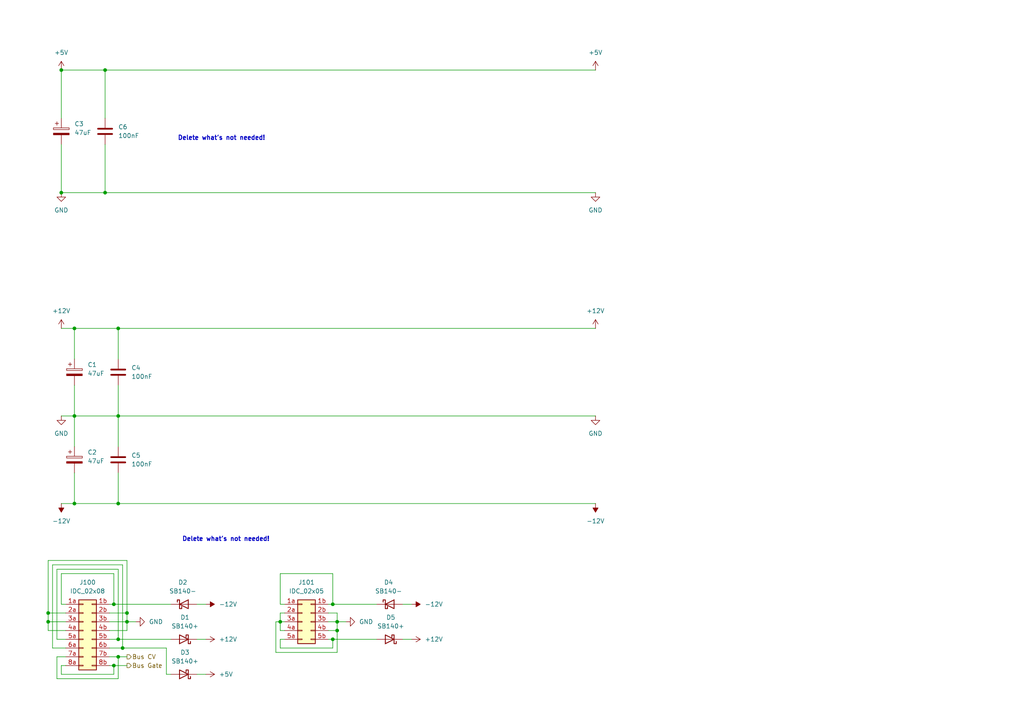
<source format=kicad_sch>
(kicad_sch (version 20231120) (generator "eeschema") (generator_version "8.0")
  (paper "A4")
  (title_block (title "Power Distribution") (company "DMH Instruments") (comment 1 "PCB for 5 cm Kosmo format synthesizer module"))
  (lib_symbols
    (symbol "Device:C" (pin_numbers hide) (pin_names (offset 0.254))
      (property "Reference" "C" (at 0.635 2.54 0))
      (property "Value" "C" (at 0.635 -2.54 0))
      (symbol "C_0_1"
        (polyline (pts (xy -2.032 -0.762) (xy 2.032 -0.762)) (stroke (width 0.508)))
        (polyline (pts (xy -2.032 0.762) (xy 2.032 0.762)) (stroke (width 0.508)))
      )
      (symbol "C_1_1"
        (pin passive line (at 0 3.81 270) (length 2.794) (name "~") (number "1"))
        (pin passive line (at 0 -3.81 90) (length 2.794) (name "~") (number "2"))
      )
    )
    (symbol "Device:C_Polarized" (pin_numbers hide) (pin_names (offset 0.254))
      (property "Reference" "C" (at 0.635 2.54 0))
      (property "Value" "C_Polarized" (at 0.635 -2.54 0))
      (symbol "C_Polarized_0_1"
        (rectangle (start -2.286 0.508) (end 2.286 1.016))
        (polyline (pts (xy -1.778 2.286) (xy -0.762 2.286)))
        (polyline (pts (xy -1.27 2.794) (xy -1.27 1.778)))
        (rectangle (start 2.286 -0.508) (end -2.286 -1.016) (fill (type outline)))
      )
      (symbol "C_Polarized_1_1"
        (pin passive line (at 0 3.81 270) (length 2.794) (name "~") (number "1"))
        (pin passive line (at 0 -3.81 90) (length 2.794) (name "~") (number "2"))
      )
    )
    (symbol "SynthStuff:Eurorack_Power_Connector_10Pin" (pin_names (offset 1.016) hide)
      (property "Reference" "J" (at 0 -10.922 0))
      (property "Value" "IDC_02x05" (at 0 -8.382 0))
      (symbol "Eurorack_Power_Connector_10Pin_1_1"
        (rectangle (start -2.54 -4.953) (end -1.27 -5.207) (stroke (width 0.1524)))
        (rectangle (start -2.54 -2.413) (end -1.27 -2.667) (stroke (width 0.1524)))
        (rectangle (start -2.54 0.127) (end -1.27 -0.127) (stroke (width 0.1524)))
        (rectangle (start -2.54 2.667) (end -1.27 2.413) (stroke (width 0.1524)))
        (rectangle (start -2.54 5.207) (end -1.27 4.953) (stroke (width 0.1524)))
        (rectangle (start -2.54 6.35) (end 2.54 -6.35) (stroke (width 0.254)) (fill (type background)))
        (rectangle (start 2.54 -4.953) (end 1.27 -5.207) (stroke (width 0.1524)))
        (rectangle (start 2.54 -2.413) (end 1.27 -2.667) (stroke (width 0.1524)))
        (rectangle (start 2.54 0.127) (end 1.27 -0.127) (stroke (width 0.1524)))
        (rectangle (start 2.54 2.667) (end 1.27 2.413) (stroke (width 0.1524)))
        (rectangle (start 2.54 5.207) (end 1.27 4.953) (stroke (width 0.1524)))
        (pin power_out line (at -6.35 5.08 0) (length 3.81) (name "Pin_1a") (number "1a"))
        (pin passive line (at 6.35 5.08 180) (length 3.81) (name "Pin_1b") (number "1b"))
        (pin power_out line (at -6.35 2.54 0) (length 3.81) (name "Pin_2a") (number "2a"))
        (pin passive line (at 6.35 2.54 180) (length 3.81) (name "Pin_2b") (number "2b"))
        (pin passive line (at -6.35 0 0) (length 3.81) (name "Pin_3a") (number "3a"))
        (pin passive line (at 6.35 0 180) (length 3.81) (name "Pin_3b") (number "3b"))
        (pin passive line (at -6.35 -2.54 0) (length 3.81) (name "Pin_4a") (number "4a"))
        (pin passive line (at 6.35 -2.54 180) (length 3.81) (name "Pin_4b") (number "4b"))
        (pin power_out line (at -6.35 -5.08 0) (length 3.81) (name "Pin_5a") (number "5a"))
        (pin passive line (at 6.35 -5.08 180) (length 3.81) (name "Pin_5b") (number "5b"))
      )
    )
    (symbol "SynthStuff:Eurorack_Power_Connector_16Pin" (pin_names (offset 1.016) hide)
      (property "Reference" "J" (at 1.27 -16.51 0))
      (property "Value" "IDC_02x08" (at 1.27 -13.97 0))
      (symbol "Eurorack_Power_Connector_16Pin_1_1"
        (rectangle (start -1.27 -10.033) (end 0 -10.287) (stroke (width 0.1524)))
        (rectangle (start -1.27 -7.493) (end 0 -7.747) (stroke (width 0.1524)))
        (rectangle (start -1.27 -4.953) (end 0 -5.207) (stroke (width 0.1524)))
        (rectangle (start -1.27 -2.413) (end 0 -2.667) (stroke (width 0.1524)))
        (rectangle (start -1.27 0.127) (end 0 -0.127) (stroke (width 0.1524)))
        (rectangle (start -1.27 2.667) (end 0 2.413) (stroke (width 0.1524)))
        (rectangle (start -1.27 5.207) (end 0 4.953) (stroke (width 0.1524)))
        (rectangle (start -1.27 7.747) (end 0 7.493) (stroke (width 0.1524)))
        (rectangle (start -1.27 8.89) (end 3.81 -11.43) (stroke (width 0.254)) (fill (type background)))
        (rectangle (start 3.81 -10.033) (end 2.54 -10.287) (stroke (width 0.1524)))
        (rectangle (start 3.81 -7.493) (end 2.54 -7.747) (stroke (width 0.1524)))
        (rectangle (start 3.81 -4.953) (end 2.54 -5.207) (stroke (width 0.1524)))
        (rectangle (start 3.81 -2.413) (end 2.54 -2.667) (stroke (width 0.1524)))
        (rectangle (start 3.81 0.127) (end 2.54 -0.127) (stroke (width 0.1524)))
        (rectangle (start 3.81 2.667) (end 2.54 2.413) (stroke (width 0.1524)))
        (rectangle (start 3.81 5.207) (end 2.54 4.953) (stroke (width 0.1524)))
        (rectangle (start 3.81 7.747) (end 2.54 7.493) (stroke (width 0.1524)))
        (pin power_out line (at -5.08 7.62 0) (length 3.81) (name "Pin_1a") (number "1a"))
        (pin passive line (at 7.62 7.62 180) (length 3.81) (name "Pin_1b") (number "1b"))
        (pin power_out line (at -5.08 5.08 0) (length 3.81) (name "Pin_2a") (number "2a"))
        (pin passive line (at 7.62 5.08 180) (length 3.81) (name "Pin_2b") (number "2b"))
        (pin passive line (at -5.08 2.54 0) (length 3.81) (name "Pin_3a") (number "3a"))
        (pin passive line (at 7.62 2.54 180) (length 3.81) (name "Pin_3b") (number "3b"))
        (pin passive line (at -5.08 0 0) (length 3.81) (name "Pin_4a") (number "4a"))
        (pin passive line (at 7.62 0 180) (length 3.81) (name "Pin_4b") (number "4b"))
        (pin power_out line (at -5.08 -2.54 0) (length 3.81) (name "Pin_5a") (number "5a"))
        (pin passive line (at 7.62 -2.54 180) (length 3.81) (name "Pin_5b") (number "5b"))
        (pin power_out line (at -5.08 -5.08 0) (length 3.81) (name "Pin_6a") (number "6a"))
        (pin passive line (at 7.62 -5.08 180) (length 3.81) (name "Pin_6b") (number "6b"))
        (pin passive line (at -5.08 -7.62 0) (length 3.81) (name "Pin_7a") (number "7a"))
        (pin passive line (at 7.62 -7.62 180) (length 3.81) (name "Pin_7b") (number "7b"))
        (pin passive line (at -5.08 -10.16 0) (length 3.81) (name "Pin_8a") (number "8a"))
        (pin passive line (at 7.62 -10.16 180) (length 3.81) (name "Pin_8b") (number "8b"))
      )
    )
    (symbol "SynthStuff:Power_Bus_Schotty_+" (pin_numbers hide) (pin_names (offset 1.016) hide)
      (property "Reference" "D" (at 0 2.54 0))
      (property "Value" "SB140+" (at 0 -2.54 0))
      (symbol "Power_Bus_Schotty_+_0_1"
        (polyline (pts (xy 1.27 0) (xy -1.27 0)))
        (polyline (pts (xy 1.27 1.27) (xy 1.27 -1.27) (xy -1.27 0) (xy 1.27 1.27)) (stroke (width 0.254)))
        (polyline (pts (xy -1.905 0.635) (xy -1.905 1.27) (xy -1.27 1.27) (xy -1.27 -1.27) (xy -0.635 -1.27) (xy -0.635 -0.635)) (stroke (width 0.254)))
      )
      (symbol "Power_Bus_Schotty_+_1_1"
        (pin power_out line (at -3.81 0 0) (length 2.54) (name "K") (number "1"))
        (pin power_in line (at 3.81 0 180) (length 2.54) (name "A") (number "2"))
      )
    )
    (symbol "SynthStuff:Power_Bus_Schotty_-" (pin_numbers hide) (pin_names (offset 1.016) hide)
      (property "Reference" "D" (at 0 2.54 0))
      (property "Value" "SB140-" (at 0 -2.54 0))
      (symbol "Power_Bus_Schotty_-_0_1"
        (polyline (pts (xy 1.27 0) (xy -1.27 0)))
        (polyline (pts (xy 1.27 1.27) (xy 1.27 -1.27) (xy -1.27 0) (xy 1.27 1.27)) (stroke (width 0.254)))
        (polyline (pts (xy -1.905 0.635) (xy -1.905 1.27) (xy -1.27 1.27) (xy -1.27 -1.27) (xy -0.635 -1.27) (xy -0.635 -0.635)) (stroke (width 0.254)))
      )
      (symbol "Power_Bus_Schotty_-_1_1"
        (pin power_in line (at -3.81 0 0) (length 2.54) (name "K") (number "1"))
        (pin power_out line (at 3.81 0 180) (length 2.54) (name "A") (number "2"))
      )
    )
    (symbol "power:+12V" (power) (pin_numbers hide) (pin_names (offset 0) hide)
      (property "Value" "+12V" (at 0 3.556 0))
      (symbol "+12V_0_1"
        (polyline (pts (xy -0.762 1.27) (xy 0 2.54)))
        (polyline (pts (xy 0 0) (xy 0 2.54)))
        (polyline (pts (xy 0 2.54) (xy 0.762 1.27)))
      )
      (symbol "+12V_1_1"
        (pin power_in line (at 0 0 90) (length 0) (name "~") (number "1"))
      )
    )
    (symbol "power:+5V" (power) (pin_numbers hide) (pin_names (offset 0) hide)
      (property "Value" "+5V" (at 0 3.556 0))
      (symbol "+5V_0_1"
        (polyline (pts (xy -0.762 1.27) (xy 0 2.54)))
        (polyline (pts (xy 0 0) (xy 0 2.54)))
        (polyline (pts (xy 0 2.54) (xy 0.762 1.27)))
      )
      (symbol "+5V_1_1"
        (pin power_in line (at 0 0 90) (length 0) (name "~") (number "1"))
      )
    )
    (symbol "power:-12V" (power) (pin_numbers hide) (pin_names (offset 0) hide)
      (property "Value" "-12V" (at 0 3.556 0))
      (symbol "-12V_0_0"
        (pin power_in line (at 0 0 90) (length 0) (name "~") (number "1"))
      )
      (symbol "-12V_0_1"
        (polyline (pts (xy 0 0) (xy 0 1.27) (xy 0.762 1.27) (xy 0 2.54) (xy -0.762 1.27) (xy 0 1.27)) (fill (type outline)))
      )
    )
    (symbol "power:GND" (power) (pin_numbers hide) (pin_names (offset 0) hide)
      (property "Value" "GND" (at 0 -3.81 0))
      (symbol "GND_0_1"
        (polyline (pts (xy 0 0) (xy 0 -1.27) (xy 1.27 -1.27) (xy 0 -2.54) (xy -1.27 -1.27) (xy 0 -1.27)))
      )
      (symbol "GND_1_1"
        (pin power_in line (at 0 0 270) (length 0) (name "~") (number "1"))
      )
    )
  )
  (junction (at 17.78 55.88))
  (junction (at 17.78 20.32))
  (junction (at 33.02 193.04))
  (junction (at 81.28 180.34))
  (junction (at 97.79 180.34))
  (junction (at 34.29 146.05))
  (junction (at 33.02 175.26))
  (junction (at 21.59 95.25))
  (junction (at 34.29 95.25))
  (junction (at 36.83 180.34))
  (junction (at 35.56 187.96))
  (junction (at 96.52 175.26))
  (junction (at 34.29 185.42))
  (junction (at 97.79 182.88))
  (junction (at 21.59 146.05))
  (junction (at 30.48 20.32))
  (junction (at 30.48 55.88))
  (junction (at 36.83 177.8))
  (junction (at 13.97 180.34))
  (junction (at 96.52 185.42))
  (junction (at 34.29 190.5))
  (junction (at 21.59 120.65))
  (junction (at 13.97 177.8))
  (junction (at 34.29 120.65))
  (wire (pts (xy 96.52 175.26) (xy 109.22 175.26)))
  (wire (pts (xy 33.02 193.04) (xy 36.83 193.04)))
  (wire (pts (xy 17.78 20.32) (xy 17.78 34.29)))
  (wire (pts (xy 81.28 166.37) (xy 96.52 166.37)))
  (wire (pts (xy 13.97 162.56) (xy 13.97 177.8)))
  (wire (pts (xy 33.02 195.58) (xy 33.02 193.04)))
  (wire (pts (xy 15.24 163.83) (xy 35.56 163.83)))
  (wire (pts (xy 17.78 55.88) (xy 30.48 55.88)))
  (wire (pts (xy 81.28 180.34) (xy 80.01 180.34)))
  (wire (pts (xy 95.25 185.42) (xy 96.52 185.42)))
  (wire (pts (xy 35.56 163.83) (xy 35.56 187.96)))
  (wire (pts (xy 17.78 120.65) (xy 21.59 120.65)))
  (wire (pts (xy 13.97 180.34) (xy 13.97 177.8)))
  (wire (pts (xy 35.56 187.96) (xy 48.26 187.96)))
  (wire (pts (xy 21.59 120.65) (xy 34.29 120.65)))
  (wire (pts (xy 81.28 177.8) (xy 82.55 177.8)))
  (wire (pts (xy 21.59 146.05) (xy 34.29 146.05)))
  (wire (pts (xy 95.25 180.34) (xy 97.79 180.34)))
  (wire (pts (xy 97.79 189.23) (xy 97.79 182.88)))
  (wire (pts (xy 34.29 165.1) (xy 34.29 185.42)))
  (wire (pts (xy 116.84 185.42) (xy 119.38 185.42)))
  (wire (pts (xy 17.78 20.32) (xy 30.48 20.32)))
  (wire (pts (xy 19.05 180.34) (xy 13.97 180.34)))
  (wire (pts (xy 19.05 185.42) (xy 16.51 185.42)))
  (wire (pts (xy 30.48 20.32) (xy 30.48 34.29)))
  (wire (pts (xy 82.55 182.88) (xy 81.28 182.88)))
  (wire (pts (xy 81.28 175.26) (xy 81.28 166.37)))
  (wire (pts (xy 21.59 95.25) (xy 21.59 104.14)))
  (wire (pts (xy 30.48 41.91) (xy 30.48 55.88)))
  (wire (pts (xy 34.29 190.5) (xy 34.29 196.85)))
  (wire (pts (xy 34.29 95.25) (xy 172.72 95.25)))
  (wire (pts (xy 96.52 166.37) (xy 96.52 175.26)))
  (wire (pts (xy 17.78 95.25) (xy 21.59 95.25)))
  (wire (pts (xy 31.75 185.42) (xy 34.29 185.42)))
  (wire (pts (xy 19.05 177.8) (xy 13.97 177.8)))
  (wire (pts (xy 36.83 162.56) (xy 13.97 162.56)))
  (wire (pts (xy 31.75 182.88) (xy 36.83 182.88)))
  (wire (pts (xy 31.75 187.96) (xy 35.56 187.96)))
  (wire (pts (xy 81.28 182.88) (xy 81.28 180.34)))
  (wire (pts (xy 19.05 182.88) (xy 13.97 182.88)))
  (wire (pts (xy 31.75 193.04) (xy 33.02 193.04)))
  (wire (pts (xy 34.29 185.42) (xy 49.53 185.42)))
  (wire (pts (xy 21.59 95.25) (xy 34.29 95.25)))
  (wire (pts (xy 34.29 190.5) (xy 36.83 190.5)))
  (wire (pts (xy 36.83 177.8) (xy 36.83 162.56)))
  (wire (pts (xy 31.75 180.34) (xy 36.83 180.34)))
  (wire (pts (xy 19.05 175.26) (xy 17.78 175.26)))
  (wire (pts (xy 19.05 190.5) (xy 16.51 190.5)))
  (wire (pts (xy 31.75 175.26) (xy 33.02 175.26)))
  (wire (pts (xy 34.29 95.25) (xy 34.29 104.14)))
  (wire (pts (xy 82.55 175.26) (xy 81.28 175.26)))
  (wire (pts (xy 19.05 187.96) (xy 15.24 187.96)))
  (wire (pts (xy 48.26 195.58) (xy 49.53 195.58)))
  (wire (pts (xy 57.15 175.26) (xy 59.69 175.26)))
  (wire (pts (xy 57.15 185.42) (xy 59.69 185.42)))
  (wire (pts (xy 97.79 177.8) (xy 97.79 180.34)))
  (wire (pts (xy 36.83 182.88) (xy 36.83 180.34)))
  (wire (pts (xy 21.59 111.76) (xy 21.59 120.65)))
  (wire (pts (xy 82.55 185.42) (xy 81.28 185.42)))
  (wire (pts (xy 116.84 175.26) (xy 119.38 175.26)))
  (wire (pts (xy 21.59 120.65) (xy 21.59 129.54)))
  (wire (pts (xy 81.28 185.42) (xy 81.28 187.96)))
  (wire (pts (xy 95.25 182.88) (xy 97.79 182.88)))
  (wire (pts (xy 95.25 177.8) (xy 97.79 177.8)))
  (wire (pts (xy 16.51 165.1) (xy 34.29 165.1)))
  (wire (pts (xy 34.29 120.65) (xy 172.72 120.65)))
  (wire (pts (xy 33.02 166.37) (xy 33.02 175.26)))
  (wire (pts (xy 81.28 180.34) (xy 82.55 180.34)))
  (wire (pts (xy 34.29 137.16) (xy 34.29 146.05)))
  (wire (pts (xy 17.78 166.37) (xy 33.02 166.37)))
  (wire (pts (xy 81.28 187.96) (xy 96.52 187.96)))
  (wire (pts (xy 31.75 190.5) (xy 34.29 190.5)))
  (wire (pts (xy 97.79 180.34) (xy 100.33 180.34)))
  (wire (pts (xy 17.78 195.58) (xy 33.02 195.58)))
  (wire (pts (xy 34.29 111.76) (xy 34.29 120.65)))
  (wire (pts (xy 16.51 196.85) (xy 34.29 196.85)))
  (wire (pts (xy 80.01 189.23) (xy 97.79 189.23)))
  (wire (pts (xy 33.02 175.26) (xy 49.53 175.26)))
  (wire (pts (xy 80.01 180.34) (xy 80.01 189.23)))
  (wire (pts (xy 57.15 195.58) (xy 59.69 195.58)))
  (wire (pts (xy 21.59 137.16) (xy 21.59 146.05)))
  (wire (pts (xy 96.52 187.96) (xy 96.52 185.42)))
  (wire (pts (xy 97.79 182.88) (xy 97.79 180.34)))
  (wire (pts (xy 17.78 193.04) (xy 17.78 195.58)))
  (wire (pts (xy 16.51 190.5) (xy 16.51 196.85)))
  (wire (pts (xy 19.05 193.04) (xy 17.78 193.04)))
  (wire (pts (xy 17.78 146.05) (xy 21.59 146.05)))
  (wire (pts (xy 81.28 180.34) (xy 81.28 177.8)))
  (wire (pts (xy 48.26 187.96) (xy 48.26 195.58)))
  (wire (pts (xy 95.25 175.26) (xy 96.52 175.26)))
  (wire (pts (xy 36.83 180.34) (xy 39.37 180.34)))
  (wire (pts (xy 31.75 177.8) (xy 36.83 177.8)))
  (wire (pts (xy 13.97 182.88) (xy 13.97 180.34)))
  (wire (pts (xy 17.78 41.91) (xy 17.78 55.88)))
  (wire (pts (xy 15.24 187.96) (xy 15.24 163.83)))
  (wire (pts (xy 16.51 185.42) (xy 16.51 165.1)))
  (wire (pts (xy 17.78 175.26) (xy 17.78 166.37)))
  (wire (pts (xy 36.83 180.34) (xy 36.83 177.8)))
  (wire (pts (xy 96.52 185.42) (xy 109.22 185.42)))
  (wire (pts (xy 34.29 120.65) (xy 34.29 129.54)))
  (wire (pts (xy 34.29 146.05) (xy 172.72 146.05)))
  (wire (pts (xy 30.48 55.88) (xy 172.72 55.88)))
  (wire (pts (xy 30.48 20.32) (xy 172.72 20.32)))
  (text "Delete what's not needed!" (exclude_from_sim yes) (at 65.532 156.464 0) (effects (font (size 1.27 1.27) (thickness 0.254) (bold yes))))
  (text "Delete what's not needed!" (exclude_from_sim yes) (at 64.262 40.132 0) (effects (font (size 1.27 1.27) (bold yes))))
  (hierarchical_label "Bus Gate" (shape output) (at 36.83 193.04 0))
  (hierarchical_label "Bus CV" (shape output) (at 36.83 190.5 0))
  (symbol (lib_id "Device:C") (at 34.29 107.95 0) (unit 1)
    (property "Reference" "C4" (at 38.1 106.6799 0) (effects (justify left)))
    (property "Value" "100nF" (at 38.1 109.2199 0) (effects (justify left)))
    (property "Footprint" "Capacitor_THT:C_Disc_D4.3mm_W1.9mm_P5.00mm" (effects (hide yes)))
    (property "Description" "Unpolarized capacitor" (effects (hide yes)))
  )
  (symbol (lib_id "power:+5V") (at 172.72 20.32 0) (unit 1)
    (property "Reference" "#PWR011" (effects (hide yes)))
    (property "Value" "+5V" (at 172.72 15.24 0))
    (property "Description" "Power symbol creates a global label with name \"+5V\"" (effects (hide yes)))
  )
  (symbol (lib_id "power:+5V") (at 17.78 20.32 0) (unit 1)
    (property "Reference" "#PWR09" (effects (hide yes)))
    (property "Value" "+5V" (at 17.78 15.24 0))
    (property "Description" "Power symbol creates a global label with name \"+5V\"" (effects (hide yes)))
  )
  (symbol (lib_id "Device:C_Polarized") (at 21.59 133.35 0) (unit 1)
    (property "Reference" "C2" (at 25.4 131.1909 0) (effects (justify left)))
    (property "Value" "47uF" (at 25.4 133.7309 0) (effects (justify left)))
    (property "Footprint" "Capacitor_THT:CP_Radial_D5.0mm_P2.00mm" (effects (hide yes)))
    (property "Description" "Polarized capacitor" (effects (hide yes)))
  )
  (symbol (lib_id "power:+12V") (at 59.69 185.42 270) (unit 1)
    (property "Reference" "#PWR02" (effects (hide yes)))
    (property "Value" "+12V" (at 63.5 185.4199 90) (effects (justify left)))
    (property "Description" "Power symbol creates a global label with name \"+12V\"" (effects (hide yes)))
  )
  (symbol (lib_id "power:+12V") (at 17.78 95.25 0) (unit 1)
    (property "Reference" "#PWR013" (effects (hide yes)))
    (property "Value" "+12V" (at 17.78 90.17 0))
    (property "Description" "Power symbol creates a global label with name \"+12V\"" (effects (hide yes)))
  )
  (symbol (lib_id "power:GND") (at 17.78 55.88 0) (unit 1)
    (property "Reference" "#PWR010" (effects (hide yes)))
    (property "Value" "GND" (at 17.78 60.96 0))
    (property "Description" "Power symbol creates a global label with name \"GND\" , ground" (effects (hide yes)))
  )
  (symbol (lib_id "power:-12V") (at 119.38 175.26 270) (unit 1)
    (property "Reference" "#PWR05" (effects (hide yes)))
    (property "Value" "-12V" (at 123.19 175.2599 90) (effects (justify left)))
    (property "Description" "Power symbol creates a global label with name \"-12V\"" (effects (hide yes)))
  )
  (symbol (lib_id "power:GND") (at 39.37 180.34 90) (unit 1)
    (property "Reference" "#PWR04" (effects (hide yes)))
    (property "Value" "GND" (at 43.18 180.3399 90) (effects (justify right)))
    (property "Description" "Power symbol creates a global label with name \"GND\" , ground" (effects (hide yes)))
  )
  (symbol (lib_id "power:-12V") (at 17.78 146.05 180) (unit 1)
    (property "Reference" "#PWR017" (effects (hide yes)))
    (property "Value" "-12V" (at 17.78 151.13 0))
    (property "Description" "Power symbol creates a global label with name \"-12V\"" (effects (hide yes)))
  )
  (symbol (lib_id "SynthStuff:Eurorack_Power_Connector_10Pin") (at 88.9 180.34 0) (unit 1)
    (property "Reference" "J101" (at 88.9 168.91 0))
    (property "Value" "IDC_02x05" (at 88.9 171.45 0))
    (property "Footprint" "SynthStuff:IDC-Header_2x05_P2.54mm_Vertical_Eurorack" (effects (hide yes)))
    (property "Description" "IDC jack, 2x5 pins, row a carries same signals as row b." (effects (hide yes)))
  )
  (symbol (lib_id "power:+5V") (at 59.69 195.58 270) (unit 1)
    (property "Reference" "#PWR03" (effects (hide yes)))
    (property "Value" "+5V" (at 63.5 195.5799 90) (effects (justify left)))
    (property "Description" "Power symbol creates a global label with name \"+5V\"" (effects (hide yes)))
  )
  (symbol (lib_id "Device:C") (at 34.29 133.35 0) (unit 1)
    (property "Reference" "C5" (at 38.1 132.0799 0) (effects (justify left)))
    (property "Value" "100nF" (at 38.1 134.6199 0) (effects (justify left)))
    (property "Footprint" "Capacitor_THT:C_Disc_D4.3mm_W1.9mm_P5.00mm" (effects (hide yes)))
    (property "Description" "Unpolarized capacitor" (effects (hide yes)))
  )
  (symbol (lib_id "power:GND") (at 17.78 120.65 0) (unit 1)
    (property "Reference" "#PWR015" (effects (hide yes)))
    (property "Value" "GND" (at 17.78 125.73 0))
    (property "Description" "Power symbol creates a global label with name \"GND\" , ground" (effects (hide yes)))
  )
  (symbol (lib_id "Device:C_Polarized") (at 17.78 38.1 0) (unit 1)
    (property "Reference" "C3" (at 21.59 35.9409 0) (effects (justify left)))
    (property "Value" "47uF" (at 21.59 38.4809 0) (effects (justify left)))
    (property "Footprint" "Capacitor_THT:CP_Radial_D4.0mm_P1.50mm" (effects (hide yes)))
    (property "Description" "Polarized capacitor" (effects (hide yes)))
  )
  (symbol (lib_id "power:-12V") (at 59.69 175.26 270) (unit 1)
    (property "Reference" "#PWR01" (effects (hide yes)))
    (property "Value" "-12V" (at 63.5 175.2599 90) (effects (justify left)))
    (property "Description" "Power symbol creates a global label with name \"-12V\"" (effects (hide yes)))
  )
  (symbol (lib_id "power:+12V") (at 172.72 95.25 0) (unit 1)
    (property "Reference" "#PWR014" (effects (hide yes)))
    (property "Value" "+12V" (at 172.72 90.17 0))
    (property "Description" "Power symbol creates a global label with name \"+12V\"" (effects (hide yes)))
  )
  (symbol (lib_id "power:GND") (at 172.72 120.65 0) (unit 1)
    (property "Reference" "#PWR016" (effects (hide yes)))
    (property "Value" "GND" (at 172.72 125.73 0))
    (property "Description" "Power symbol creates a global label with name \"GND\" , ground" (effects (hide yes)))
  )
  (symbol (lib_id "SynthStuff:Power_Bus_Schotty_+") (at 113.03 185.42 180) (unit 1)
    (property "Reference" "D5" (at 113.3475 179.07 0))
    (property "Value" "SB140+" (at 113.3475 181.61 0))
    (property "Footprint" "Diode_THT:D_DO-41_SOD81_P10.16mm_Horizontal" (effects (hide yes)))
    (property "Datasheet" "http://www.diodes.com/_files/datasheets/ds23022.pdf" (effects (hide yes)))
    (property "Description" "40V 1A Schottky Barrier Rectifier Diode, DO-41" (effects (hide yes)))
  )
  (symbol (lib_id "SynthStuff:Power_Bus_Schotty_-") (at 53.34 175.26 0) (unit 1)
    (property "Reference" "D2" (at 53.0225 168.91 0))
    (property "Value" "SB140-" (at 53.0225 171.45 0))
    (property "Footprint" "Diode_THT:D_DO-41_SOD81_P10.16mm_Horizontal" (effects (hide yes)))
    (property "Datasheet" "http://www.diodes.com/_files/datasheets/ds23022.pdf" (effects (hide yes)))
    (property "Description" "40V 1A Schottky Barrier Rectifier Diode, DO-41" (effects (hide yes)))
  )
  (symbol (lib_id "SynthStuff:Power_Bus_Schotty_+") (at 53.34 185.42 180) (unit 1)
    (property "Reference" "D1" (at 53.6575 179.07 0))
    (property "Value" "SB140+" (at 53.6575 181.61 0))
    (property "Footprint" "Diode_THT:D_DO-41_SOD81_P10.16mm_Horizontal" (effects (hide yes)))
    (property "Datasheet" "http://www.diodes.com/_files/datasheets/ds23022.pdf" (effects (hide yes)))
    (property "Description" "40V 1A Schottky Barrier Rectifier Diode, DO-41" (effects (hide yes)))
  )
  (symbol (lib_id "SynthStuff:Power_Bus_Schotty_+") (at 53.34 195.58 180) (unit 1)
    (property "Reference" "D3" (at 53.6575 189.23 0))
    (property "Value" "SB140+" (at 53.6575 191.77 0))
    (property "Footprint" "Diode_THT:D_DO-41_SOD81_P10.16mm_Horizontal" (effects (hide yes)))
    (property "Datasheet" "http://www.diodes.com/_files/datasheets/ds23022.pdf" (effects (hide yes)))
    (property "Description" "40V 1A Schottky Barrier Rectifier Diode, DO-41" (effects (hide yes)))
  )
  (symbol (lib_id "Device:C") (at 30.48 38.1 0) (unit 1)
    (property "Reference" "C6" (at 34.29 36.8299 0) (effects (justify left)))
    (property "Value" "100nF" (at 34.29 39.3699 0) (effects (justify left)))
    (property "Footprint" "Capacitor_THT:C_Disc_D4.3mm_W1.9mm_P5.00mm" (effects (hide yes)))
    (property "Description" "Unpolarized capacitor" (effects (hide yes)))
  )
  (symbol (lib_id "power:+12V") (at 119.38 185.42 270) (unit 1)
    (property "Reference" "#PWR06" (effects (hide yes)))
    (property "Value" "+12V" (at 123.19 185.4199 90) (effects (justify left)))
    (property "Description" "Power symbol creates a global label with name \"+12V\"" (effects (hide yes)))
  )
  (symbol (lib_id "Device:C_Polarized") (at 21.59 107.95 0) (unit 1)
    (property "Reference" "C1" (at 25.4 105.7909 0) (effects (justify left)))
    (property "Value" "47uF" (at 25.4 108.3309 0) (effects (justify left)))
    (property "Footprint" "Capacitor_THT:CP_Radial_D5.0mm_P2.00mm" (effects (hide yes)))
    (property "Description" "Polarized capacitor" (effects (hide yes)))
  )
  (symbol (lib_id "power:-12V") (at 172.72 146.05 180) (unit 1)
    (property "Reference" "#PWR018" (effects (hide yes)))
    (property "Value" "-12V" (at 172.72 151.13 0))
    (property "Description" "Power symbol creates a global label with name \"-12V\"" (effects (hide yes)))
  )
  (symbol (lib_id "SynthStuff:Power_Bus_Schotty_-") (at 113.03 175.26 0) (unit 1)
    (property "Reference" "D4" (at 112.7125 168.91 0))
    (property "Value" "SB140-" (at 112.7125 171.45 0))
    (property "Footprint" "Diode_THT:D_DO-41_SOD81_P10.16mm_Horizontal" (effects (hide yes)))
    (property "Datasheet" "http://www.diodes.com/_files/datasheets/ds23022.pdf" (effects (hide yes)))
    (property "Description" "40V 1A Schottky Barrier Rectifier Diode, DO-41" (effects (hide yes)))
  )
  (symbol (lib_id "SynthStuff:Eurorack_Power_Connector_16Pin") (at 24.13 182.88 0) (unit 1)
    (property "Reference" "J100" (at 25.4 168.91 0))
    (property "Value" "IDC_02x08" (at 25.4 171.45 0))
    (property "Footprint" "SynthStuff:IDC-Header_2x08_P2.54mm_Vertical_Eurorack" (effects (hide yes)))
    (property "Description" "IDC jack, 2x8 pins, row a carries same signals as row b." (effects (hide yes)))
  )
  (symbol (lib_id "power:GND") (at 172.72 55.88 0) (unit 1)
    (property "Reference" "#PWR012" (effects (hide yes)))
    (property "Value" "GND" (at 172.72 60.96 0))
    (property "Description" "Power symbol creates a global label with name \"GND\" , ground" (effects (hide yes)))
  )
  (symbol (lib_id "power:GND") (at 100.33 180.34 90) (unit 1)
    (property "Reference" "#PWR07" (effects (hide yes)))
    (property "Value" "GND" (at 104.14 180.3399 90) (effects (justify right)))
    (property "Description" "Power symbol creates a global label with name \"GND\" , ground" (effects (hide yes)))
  )
)
</source>
